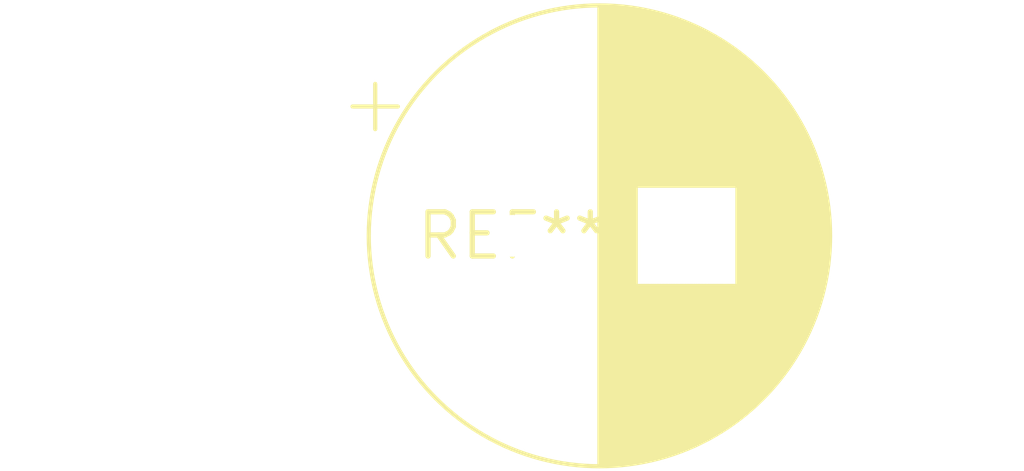
<source format=kicad_pcb>
(kicad_pcb (version 20240108) (generator pcbnew)
  (layers (0 "F.Cu" signal) (31 "B.Cu" signal) (34 "B.Paste" user) (35 "F.Paste" user) (36 "B.SilkS" user "B.Silkscreen") (37 "F.SilkS" user "F.Silkscreen") (38 "B.Mask" user) (39 "F.Mask" user) (44 "Edge.Cuts" user))
  (net 0 "")
  (footprint "CP_Radial_D13.0mm_P5.00mm" (layer "F.Cu") (at 0 0)
    (property "Reference" "REF**")
    (property "Value" "CP_Radial_D13.0mm_P5.00mm")
    (fp_line (start -4.584569 -3.715) (end -3.284569 -3.715) (layer "F.SilkS") (stroke (width 0.12)))
    (fp_line (start -3.934569 -4.365) (end -3.934569 -3.065) (layer "F.SilkS") (stroke (width 0.12)))
    (fp_line (start 2.5 -6.58) (end 2.5 6.58) (layer "F.SilkS") (stroke (width 0.12)))
    (fp_line (start 2.54 -6.58) (end 2.54 6.58) (layer "F.SilkS") (stroke (width 0.12)))
    (fp_line (start 2.58 -6.58) (end 2.58 6.58) (layer "F.SilkS") (stroke (width 0.12)))
    (fp_line (start 2.62 -6.579) (end 2.62 6.579) (layer "F.SilkS") (stroke (width 0.12)))
    (fp_line (start 2.66 -6.579) (end 2.66 6.579) (layer "F.SilkS") (stroke (width 0.12)))
    (fp_line (start 2.7 -6.577) (end 2.7 6.577) (layer "F.SilkS") (stroke (width 0.12)))
    (fp_line (start 2.74 -6.576) (end 2.74 6.576) (layer "F.SilkS") (stroke (width 0.12)))
    (fp_line (start 2.78 -6.575) (end 2.78 6.575) (layer "F.SilkS") (stroke (width 0.12)))
    (fp_line (start 2.82 -6.573) (end 2.82 6.573) (layer "F.SilkS") (stroke (width 0.12)))
    (fp_line (start 2.86 -6.571) (end 2.86 6.571) (layer "F.SilkS") (stroke (width 0.12)))
    (fp_line (start 2.9 -6.568) (end 2.9 6.568) (layer "F.SilkS") (stroke (width 0.12)))
    (fp_line (start 2.94 -6.566) (end 2.94 6.566) (layer "F.SilkS") (stroke (width 0.12)))
    (fp_line (start 2.98 -6.563) (end 2.98 6.563) (layer "F.SilkS") (stroke (width 0.12)))
    (fp_line (start 3.02 -6.56) (end 3.02 6.56) (layer "F.SilkS") (stroke (width 0.12)))
    (fp_line (start 3.06 -6.557) (end 3.06 6.557) (layer "F.SilkS") (stroke (width 0.12)))
    (fp_line (start 3.1 -6.553) (end 3.1 6.553) (layer "F.SilkS") (stroke (width 0.12)))
    (fp_line (start 3.14 -6.549) (end 3.14 6.549) (layer "F.SilkS") (stroke (width 0.12)))
    (fp_line (start 3.18 -6.545) (end 3.18 6.545) (layer "F.SilkS") (stroke (width 0.12)))
    (fp_line (start 3.221 -6.541) (end 3.221 6.541) (layer "F.SilkS") (stroke (width 0.12)))
    (fp_line (start 3.261 -6.537) (end 3.261 6.537) (layer "F.SilkS") (stroke (width 0.12)))
    (fp_line (start 3.301 -6.532) (end 3.301 6.532) (layer "F.SilkS") (stroke (width 0.12)))
    (fp_line (start 3.341 -6.527) (end 3.341 6.527) (layer "F.SilkS") (stroke (width 0.12)))
    (fp_line (start 3.381 -6.522) (end 3.381 6.522) (layer "F.SilkS") (stroke (width 0.12)))
    (fp_line (start 3.421 -6.516) (end 3.421 6.516) (layer "F.SilkS") (stroke (width 0.12)))
    (fp_line (start 3.461 -6.511) (end 3.461 6.511) (layer "F.SilkS") (stroke (width 0.12)))
    (fp_line (start 3.501 -6.505) (end 3.501 6.505) (layer "F.SilkS") (stroke (width 0.12)))
    (fp_line (start 3.541 -6.498) (end 3.541 6.498) (layer "F.SilkS") (stroke (width 0.12)))
    (fp_line (start 3.581 -6.492) (end 3.581 -1.44) (layer "F.SilkS") (stroke (width 0.12)))
    (fp_line (start 3.581 1.44) (end 3.581 6.492) (layer "F.SilkS") (stroke (width 0.12)))
    (fp_line (start 3.621 -6.485) (end 3.621 -1.44) (layer "F.SilkS") (stroke (width 0.12)))
    (fp_line (start 3.621 1.44) (end 3.621 6.485) (layer "F.SilkS") (stroke (width 0.12)))
    (fp_line (start 3.661 -6.478) (end 3.661 -1.44) (layer "F.SilkS") (stroke (width 0.12)))
    (fp_line (start 3.661 1.44) (end 3.661 6.478) (layer "F.SilkS") (stroke (width 0.12)))
    (fp_line (start 3.701 -6.471) (end 3.701 -1.44) (layer "F.SilkS") (stroke (width 0.12)))
    (fp_line (start 3.701 1.44) (end 3.701 6.471) (layer "F.SilkS") (stroke (width 0.12)))
    (fp_line (start 3.741 -6.463) (end 3.741 -1.44) (layer "F.SilkS") (stroke (width 0.12)))
    (fp_line (start 3.741 1.44) (end 3.741 6.463) (layer "F.SilkS") (stroke (width 0.12)))
    (fp_line (start 3.781 -6.456) (end 3.781 -1.44) (layer "F.SilkS") (stroke (width 0.12)))
    (fp_line (start 3.781 1.44) (end 3.781 6.456) (layer "F.SilkS") (stroke (width 0.12)))
    (fp_line (start 3.821 -6.448) (end 3.821 -1.44) (layer "F.SilkS") (stroke (width 0.12)))
    (fp_line (start 3.821 1.44) (end 3.821 6.448) (layer "F.SilkS") (stroke (width 0.12)))
    (fp_line (start 3.861 -6.439) (end 3.861 -1.44) (layer "F.SilkS") (stroke (width 0.12)))
    (fp_line (start 3.861 1.44) (end 3.861 6.439) (layer "F.SilkS") (stroke (width 0.12)))
    (fp_line (start 3.901 -6.431) (end 3.901 -1.44) (layer "F.SilkS") (stroke (width 0.12)))
    (fp_line (start 3.901 1.44) (end 3.901 6.431) (layer "F.SilkS") (stroke (width 0.12)))
    (fp_line (start 3.941 -6.422) (end 3.941 -1.44) (layer "F.SilkS") (stroke (width 0.12)))
    (fp_line (start 3.941 1.44) (end 3.941 6.422) (layer "F.SilkS") (stroke (width 0.12)))
    (fp_line (start 3.981 -6.413) (end 3.981 -1.44) (layer "F.SilkS") (stroke (width 0.12)))
    (fp_line (start 3.981 1.44) (end 3.981 6.413) (layer "F.SilkS") (stroke (width 0.12)))
    (fp_line (start 4.021 -6.404) (end 4.021 -1.44) (layer "F.SilkS") (stroke (width 0.12)))
    (fp_line (start 4.021 1.44) (end 4.021 6.404) (layer "F.SilkS") (stroke (width 0.12)))
    (fp_line (start 4.061 -6.394) (end 4.061 -1.44) (layer "F.SilkS") (stroke (width 0.12)))
    (fp_line (start 4.061 1.44) (end 4.061 6.394) (layer "F.SilkS") (stroke (width 0.12)))
    (fp_line (start 4.101 -6.384) (end 4.101 -1.44) (layer "F.SilkS") (stroke (width 0.12)))
    (fp_line (start 4.101 1.44) (end 4.101 6.384) (layer "F.SilkS") (stroke (width 0.12)))
    (fp_line (start 4.141 -6.374) (end 4.141 -1.44) (layer "F.SilkS") (stroke (width 0.12)))
    (fp_line (start 4.141 1.44) (end 4.141 6.374) (layer "F.SilkS") (stroke (width 0.12)))
    (fp_line (start 4.181 -6.364) (end 4.181 -1.44) (layer "F.SilkS") (stroke (width 0.12)))
    (fp_line (start 4.181 1.44) (end 4.181 6.364) (layer "F.SilkS") (stroke (width 0.12)))
    (fp_line (start 4.221 -6.353) (end 4.221 -1.44) (layer "F.SilkS") (stroke (width 0.12)))
    (fp_line (start 4.221 1.44) (end 4.221 6.353) (layer "F.SilkS") (stroke (width 0.12)))
    (fp_line (start 4.261 -6.342) (end 4.261 -1.44) (layer "F.SilkS") (stroke (width 0.12)))
    (fp_line (start 4.261 1.44) (end 4.261 6.342) (layer "F.SilkS") (stroke (width 0.12)))
    (fp_line (start 4.301 -6.331) (end 4.301 -1.44) (layer "F.SilkS") (stroke (width 0.12)))
    (fp_line (start 4.301 1.44) (end 4.301 6.331) (layer "F.SilkS") (stroke (width 0.12)))
    (fp_line (start 4.341 -6.32) (end 4.341 -1.44) (layer "F.SilkS") (stroke (width 0.12)))
    (fp_line (start 4.341 1.44) (end 4.341 6.32) (layer "F.SilkS") (stroke (width 0.12)))
    (fp_line (start 4.381 -6.308) (end 4.381 -1.44) (layer "F.SilkS") (stroke (width 0.12)))
    (fp_line (start 4.381 1.44) (end 4.381 6.308) (layer "F.SilkS") (stroke (width 0.12)))
    (fp_line (start 4.421 -6.296) (end 4.421 -1.44) (layer "F.SilkS") (stroke (width 0.12)))
    (fp_line (start 4.421 1.44) (end 4.421 6.296) (layer "F.SilkS") (stroke (width 0.12)))
    (fp_line (start 4.461 -6.284) (end 4.461 -1.44) (layer "F.SilkS") (stroke (width 0.12)))
    (fp_line (start 4.461 1.44) (end 4.461 6.284) (layer "F.SilkS") (stroke (width 0.12)))
    (fp_line (start 4.501 -6.271) (end 4.501 -1.44) (layer "F.SilkS") (stroke (width 0.12)))
    (fp_line (start 4.501 1.44) (end 4.501 6.271) (layer "F.SilkS") (stroke (width 0.12)))
    (fp_line (start 4.541 -6.258) (end 4.541 -1.44) (layer "F.SilkS") (stroke (width 0.12)))
    (fp_line (start 4.541 1.44) (end 4.541 6.258) (layer "F.SilkS") (stroke (width 0.12)))
    (fp_line (start 4.581 -6.245) (end 4.581 -1.44) (layer "F.SilkS") (stroke (width 0.12)))
    (fp_line (start 4.581 1.44) (end 4.581 6.245) (layer "F.SilkS") (stroke (width 0.12)))
    (fp_line (start 4.621 -6.232) (end 4.621 -1.44) (layer "F.SilkS") (stroke (width 0.12)))
    (fp_line (start 4.621 1.44) (end 4.621 6.232) (layer "F.SilkS") (stroke (width 0.12)))
    (fp_line (start 4.661 -6.218) (end 4.661 -1.44) (layer "F.SilkS") (stroke (width 0.12)))
    (fp_line (start 4.661 1.44) (end 4.661 6.218) (layer "F.SilkS") (stroke (width 0.12)))
    (fp_line (start 4.701 -6.204) (end 4.701 -1.44) (layer "F.SilkS") (stroke (width 0.12)))
    (fp_line (start 4.701 1.44) (end 4.701 6.204) (layer "F.SilkS") (stroke (width 0.12)))
    (fp_line (start 4.741 -6.19) (end 4.741 -1.44) (layer "F.SilkS") (stroke (width 0.12)))
    (fp_line (start 4.741 1.44) (end 4.741 6.19) (layer "F.SilkS") (stroke (width 0.12)))
    (fp_line (start 4.781 -6.175) (end 4.781 -1.44) (layer "F.SilkS") (stroke (width 0.12)))
    (fp_line (start 4.781 1.44) (end 4.781 6.175) (layer "F.SilkS") (stroke (width 0.12)))
    (fp_line (start 4.821 -6.161) (end 4.821 -1.44) (layer "F.SilkS") (stroke (width 0.12)))
    (fp_line (start 4.821 1.44) (end 4.821 6.161) (layer "F.SilkS") (stroke (width 0.12)))
    (fp_line (start 4.861 -6.146) (end 4.861 -1.44) (layer "F.SilkS") (stroke (width 0.12)))
    (fp_line (start 4.861 1.44) (end 4.861 6.146) (layer "F.SilkS") (stroke (width 0.12)))
    (fp_line (start 4.901 -6.13) (end 4.901 -1.44) (layer "F.SilkS") (stroke (width 0.12)))
    (fp_line (start 4.901 1.44) (end 4.901 6.13) (layer "F.SilkS") (stroke (width 0.12)))
    (fp_line (start 4.941 -6.114) (end 4.941 -1.44) (layer "F.SilkS") (stroke (width 0.12)))
    (fp_line (start 4.941 1.44) (end 4.941 6.114) (layer "F.SilkS") (stroke (width 0.12)))
    (fp_line (start 4.981 -6.098) (end 4.981 -1.44) (layer "F.SilkS") (stroke (width 0.12)))
    (fp_line (start 4.981 1.44) (end 4.981 6.098) (layer "F.SilkS") (stroke (width 0.12)))
    (fp_line (start 5.021 -6.082) (end 5.021 -1.44) (layer "F.SilkS") (stroke (width 0.12)))
    (fp_line (start 5.021 1.44) (end 5.021 6.082) (layer "F.SilkS") (stroke (width 0.12)))
    (fp_line (start 5.061 -6.065) (end 5.061 -1.44) (layer "F.SilkS") (stroke (width 0.12)))
    (fp_line (start 5.061 1.44) (end 5.061 6.065) (layer "F.SilkS") (stroke (width 0.12)))
    (fp_line (start 5.101 -6.049) (end 5.101 -1.44) (layer "F.SilkS") (stroke (width 0.12)))
    (fp_line (start 5.101 1.44) (end 5.101 6.049) (layer "F.SilkS") (stroke (width 0.12)))
    (fp_line (start 5.141 -6.031) (end 5.141 -1.44) (layer "F.SilkS") (stroke (width 0.12)))
    (fp_line (start 5.141 1.44) (end 5.141 6.031) (layer "F.SilkS") (stroke (width 0.12)))
    (fp_line (start 5.181 -6.014) (end 5.181 -1.44) (layer "F.SilkS") (stroke (width 0.12)))
    (fp_line (start 5.181 1.44) (end 5.181 6.014) (layer "F.SilkS") (stroke (width 0.12)))
    (fp_line (start 5.221 -5.996) (end 5.221 -1.44) (layer "F.SilkS") (stroke (width 0.12)))
    (fp_line (start 5.221 1.44) (end 5.221 5.996) (layer "F.SilkS") (stroke (width 0.12)))
    (fp_line (start 5.261 -5.978) (end 5.261 -1.44) (layer "F.SilkS") (stroke (width 0.12)))
    (fp_line (start 5.261 1.44) (end 5.261 5.978) (layer "F.SilkS") (stroke (width 0.12)))
    (fp_line (start 5.301 -5.959) (end 5.301 -1.44) (layer "F.SilkS") (stroke (width 0.12)))
    (fp_line (start 5.301 1.44) (end 5.301 5.959) (layer "F.SilkS") (stroke (width 0.12)))
    (fp_line (start 5.341 -5.94) (end 5.341 -1.44) (layer "F.SilkS") (stroke (width 0.12)))
    (fp_line (start 5.341 1.44) (end 5.341 5.94) (layer "F.SilkS") (stroke (width 0.12)))
    (fp_line (start 5.381 -5.921) (end 5.381 -1.44) (layer "F.SilkS") (stroke (width 0.12)))
    (fp_line (start 5.381 1.44) (end 5.381 5.921) (layer "F.SilkS") (stroke (width 0.12)))
    (fp_line (start 5.421 -5.902) (end 5.421 -1.44) (layer "F.SilkS") (stroke (width 0.12)))
    (fp_line (start 5.421 1.44) (end 5.421 5.902) (layer "F.SilkS") (stroke (width 0.12)))
    (fp_line (start 5.461 -5.882) (end 5.461 -1.44) (layer "F.SilkS") (stroke (width 0.12)))
    (fp_line (start 5.461 1.44) (end 5.461 5.882) (layer "F.SilkS") (stroke (width 0.12)))
    (fp_line (start 5.501 -5.862) (end 5.501 -1.44) (layer "F.SilkS") (stroke (width 0.12)))
    (fp_line (start 5.501 1.44) (end 5.501 5.862) (layer "F.SilkS") (stroke (width 0.12)))
    (fp_line (start 5.541 -5.841) (end 5.541 -1.44) (layer "F.SilkS") (stroke (width 0.12)))
    (fp_line (start 5.541 1.44) (end 5.541 5.841) (layer "F.SilkS") (stroke (width 0.12)))
    (fp_line (start 5.581 -5.82) (end 5.581 -1.44) (layer "F.SilkS") (stroke (width 0.12)))
    (fp_line (start 5.581 1.44) (end 5.581 5.82) (layer "F.SilkS") (stroke (width 0.12)))
    (fp_line (start 5.621 -5.799) (end 5.621 -1.44) (layer "F.SilkS") (stroke (width 0.12)))
    (fp_line (start 5.621 1.44) (end 5.621 5.799) (layer "F.SilkS") (stroke (width 0.12)))
    (fp_line (start 5.661 -5.778) (end 5.661 -1.44) (layer "F.SilkS") (stroke (width 0.12)))
    (fp_line (start 5.661 1.44) (end 5.661 5.778) (layer "F.SilkS") (stroke (width 0.12)))
    (fp_line (start 5.701 -5.756) (end 5.701 -1.44) (layer "F.SilkS") (stroke (width 0.12)))
    (fp_line (start 5.701 1.44) (end 5.701 5.756) (layer "F.SilkS") (stroke (width 0.12)))
    (fp_line (start 5.741 -5.733) (end 5.741 -1.44) (layer "F.SilkS") (stroke (width 0.12)))
    (fp_line (start 5.741 1.44) (end 5.741 5.733) (layer "F.SilkS") (stroke (width 0.12)))
    (fp_line (start 5.781 -5.711) (end 5.781 -1.44) (layer "F.SilkS") (stroke (width 0.12)))
    (fp_line (start 5.781 1.44) (end 5.781 5.711) (layer "F.SilkS") (stroke (width 0.12)))
    (fp_line (start 5.821 -5.688) (end 5.821 -1.44) (layer "F.SilkS") (stroke (width 0.12)))
    (fp_line (start 5.821 1.44) (end 5.821 5.688) (layer "F.SilkS") (stroke (width 0.12)))
    (fp_line (start 5.861 -5.664) (end 5.861 -1.44) (layer "F.SilkS") (stroke (width 0.12)))
    (fp_line (start 5.861 1.44) (end 5.861 5.664) (layer "F.SilkS") (stroke (width 0.12)))
    (fp_line (start 5.901 -5.641) (end 5.901 -1.44) (layer "F.SilkS") (stroke (width 0.12)))
    (fp_line (start 5.901 1.44) (end 5.901 5.641) (layer "F.SilkS") (stroke (width 0.12)))
    (fp_line (start 5.941 -5.617) (end 5.941 -1.44) (layer "F.SilkS") (stroke (width 0.12)))
    (fp_line (start 5.941 1.44) (end 5.941 5.617) (layer "F.SilkS") (stroke (width 0.12)))
    (fp_line (start 5.981 -5.592) (end 5.981 -1.44) (layer "F.SilkS") (stroke (width 0.12)))
    (fp_line (start 5.981 1.44) (end 5.981 5.592) (layer "F.SilkS") (stroke (width 0.12)))
    (fp_line (start 6.021 -5.567) (end 6.021 -1.44) (layer "F.SilkS") (stroke (width 0.12)))
    (fp_line (start 6.021 1.44) (end 6.021 5.567) (layer "F.SilkS") (stroke (width 0.12)))
    (fp_line (start 6.061 -5.542) (end 6.061 -1.44) (layer "F.SilkS") (stroke (width 0.12)))
    (fp_line (start 6.061 1.44) (end 6.061 5.542) (layer "F.SilkS") (stroke (width 0.12)))
    (fp_line (start 6.101 -5.516) (end 6.101 -1.44) (layer "F.SilkS") (stroke (width 0.12)))
    (fp_line (start 6.101 1.44) (end 6.101 5.516) (layer "F.SilkS") (stroke (width 0.12)))
    (fp_line (start 6.141 -5.49) (end 6.141 -1.44) (layer "F.SilkS") (stroke (width 0.12)))
    (fp_line (start 6.141 1.44) (end 6.141 5.49) (layer "F.SilkS") (stroke (width 0.12)))
    (fp_line (start 6.181 -5.463) (end 6.181 -1.44) (layer "F.SilkS") (stroke (width 0.12)))
    (fp_line (start 6.181 1.44) (end 6.181 5.463) (layer "F.SilkS") (stroke (width 0.12)))
    (fp_line (start 6.221 -5.436) (end 6.221 -1.44) (layer "F.SilkS") (stroke (width 0.12)))
    (fp_line (start 6.221 1.44) (end 6.221 5.436) (layer "F.SilkS") (stroke (width 0.12)))
    (fp_line (start 6.261 -5.409) (end 6.261 -1.44) (layer "F.SilkS") (stroke (width 0.12)))
    (fp_line (start 6.261 1.44) (end 6.261 5.409) (layer "F.SilkS") (stroke (width 0.12)))
    (fp_line (start 6.301 -5.381) (end 6.301 -1.44) (layer "F.SilkS") (stroke (width 0.12)))
    (fp_line (start 6.301 1.44) (end 6.301 5.381) (layer "F.SilkS") (stroke (width 0.12)))
    (fp_line (start 6.341 -5.353) (end 6.341 -1.44) (layer "F.SilkS") (stroke (width 0.12)))
    (fp_line (start 6.341 1.44) (end 6.341 5.353) (layer "F.SilkS") (stroke (width 0.12)))
    (fp_line (start 6.381 -5.324) (end 6.381 -1.44) (layer "F.SilkS") (stroke (width 0.12)))
    (fp_line (start 6.381 1.44) (end 6.381 5.324) (layer "F.SilkS") (stroke (width 0.12)))
    (fp_line (start 6.421 -5.295) (end 6.421 -1.44) (layer "F.SilkS") (stroke (width 0.12)))
    (fp_line (start 6.421 1.44) (end 6.421 5.295) (layer "F.SilkS") (stroke (width 0.12)))
    (fp_line (start 6.461 -5.265) (end 6.461 5.265) (layer "F.SilkS") (stroke (width 0.12)))
    (fp_line (start 6.501 -5.235) (end 6.501 5.235) (layer "F.SilkS") (stroke (width 0.12)))
    (fp_line (start 6.541 -5.205) (end 6.541 5.205) (layer "F.SilkS") (stroke (width 0.12)))
    (fp_line (start 6.581 -5.174) (end 6.581 5.174) (layer "F.SilkS") (stroke (width 0.12)))
    (fp_line (start 6.621 -5.142) (end 6.621 5.142) (layer "F.SilkS") (stroke (width 0.12)))
    (fp_line (start 6.661 -5.11) (end 6.661 5.11) (layer "F.SilkS") (stroke (width 0.12)))
    (fp_line (start 6.701 -5.078) (end 6.701 5.078) (layer "F.SilkS") (stroke (width 0.12)))
    (fp_line (start 6.741 -5.044) (end 6.741 5.044) (layer "F.SilkS") (stroke (width 0.12)))
    (fp_line (start 6.781 -5.011) (end 6.781 5.011) (layer "F.SilkS") (stroke (width 0.12)))
    (fp_line (start 6.821 -4.977) (end 6.821 4.977) (layer "F.SilkS") (stroke (width 0.12)))
    (fp_line (start 6.861 -4.942) (end 6.861 4.942) (layer "F.SilkS") (stroke (width 0.12)))
    (fp_line (start 6.901 -4.907) (end 6.901 4.907) (layer "F.SilkS") (stroke (width 0.12)))
    (fp_line (start 6.941 -4.871) (end 6.941 4.871) (layer "F.SilkS") (stroke (width 0.12)))
    (fp_line (start 6.981 -4.834) (end 6.981 4.834) (layer "F.SilkS") (stroke (width 0.12)))
    (fp_line (start 7.021 -4.797) (end 7.021 4.797) (layer "F.SilkS") (stroke (width 0.12)))
    (fp_line (start 7.061 -4.76) (end 7.061 4.76) (layer "F.SilkS") (stroke (width 0.12)))
    (fp_line (start 7.101 -4.721) (end 7.101 4.721) (layer "F.SilkS") (stroke (width 0.12)))
    (fp_line (start 7.141 -4.682) (end 7.141 4.682) (layer "F.SilkS") (stroke (width 0.12)))
    (fp_line (start 7.181 -4.643) (end 7.181 4.643) (layer "F.SilkS") (stroke (width 0.12)))
    (fp_line (start 7.221 -4.602) (end 7.221 4.602) (layer "F.SilkS") (stroke (width 0.12)))
    (fp_line (start 7.261 -4.561) (end 7.261 4.561) (layer "F.SilkS") (stroke (width 0.12)))
    (fp_line (start 7.301 -4.519) (end 7.301 4.519) (layer "F.SilkS") (stroke (width 0.12)))
    (fp_line (start 7.341 -4.477) (end 7.341 4.477) (layer "F.SilkS") (stroke (width 0.12)))
    (fp_line (start 7.381 -4.434) (end 7.381 4.434) (layer "F.SilkS") (stroke (width 0.12)))
    (fp_line (start 7.421 -4.39) (end 7.421 4.39) (layer "F.SilkS") (stroke (width 0.12)))
    (fp_line (start 7.461 -4.345) (end 7.461 4.345) (layer "F.SilkS") (stroke (width 0.12)))
    (fp_line (start 7.501 -4.299) (end 7.501 4.299) (layer "F.SilkS") (stroke (width 0.12)))
    (fp_line (start 7.541 -4.253) (end 7.541 4.253) (layer "F.SilkS") (stroke (width 0.12)))
    (fp_line (start 7.581 -4.205) (end 7.581 4.205) (layer "F.SilkS") (stroke (width 0.12)))
    (fp_line (start 7.621 -4.157) (end 7.621 4.157) (layer "F.SilkS") (stroke (width 0.12)))
    (fp_line (start 7.661 -4.108) (end 7.661 4.108) (layer "F.SilkS") (stroke (width 0.12)))
    (fp_line (start 7.701 -4.057) (end 7.701 4.057) (layer "F.SilkS") (stroke (width 0.12)))
    (fp_line (start 7.741 -4.006) (end 7.741 4.006) (layer "F.SilkS") (stroke (width 0.12)))
    (fp_line (start 7.781 -3.954) (end 7.781 3.954) (layer "F.SilkS") (stroke (width 0.12)))
    (fp_line (start 7.821 -3.9) (end 7.821 3.9) (layer "F.SilkS") (stroke (width 0.12)))
    (fp_line (start 7.861 -3.846) (end 7.861 3.846) (layer "F.SilkS") (stroke (width 0.12)))
    (fp_line (start 7.901 -3.79) (end 7.901 3.79) (layer "F.SilkS") (stroke (width 0.12)))
    (fp_line (start 7.941 -3.733) (end 7.941 3.733) (layer "F.SilkS") (stroke (width 0.12)))
    (fp_line (start 7.981 -3.675) (end 7.981 3.675) (layer "F.SilkS") (stroke (width 0.12)))
    (fp_line (start 8.021 -3.615) (end 8.021 3.615) (layer "F.SilkS") (stroke (width 0.12)))
    (fp_line (start 8.061 -3.554) (end 8.061 3.554) (layer "F.SilkS") (stroke (width 0.12)))
    (fp_line (start 8.101 -3.491) (end 8.101 3.491) (layer "F.SilkS") (stroke (width 0.12)))
    (fp_line (start 8.141 -3.427) (end 8.141 3.427) (layer "F.SilkS") (stroke (width 0.12)))
    (fp_line (start 8.181 -3.361) (end 8.181 3.361) (layer "F.SilkS") (stroke (width 0.12)))
    (fp_line (start 8.221 -3.293) (end 8.221 3.293) (layer "F.SilkS") (stroke (width 0.12)))
    (fp_line (start 8.261 -3.223) (end 8.261 3.223) (layer "F.SilkS") (stroke (width 0.12)))
    (fp_line (start 8.301 -3.152) (end 8.301 3.152) (layer "F.SilkS") (stroke (width 0.12)))
    (fp_line (start 8.341 -3.078) (end 8.341 3.078) (layer "F.SilkS") (stroke (width 0.12)))
    (fp_line (start 8.381 -3.002) (end 8.381 3.002) (layer "F.SilkS") (stroke (width 0.12)))
    (fp_line (start 8.421 -2.923) (end 8.421 2.923) (layer "F.SilkS") (stroke (width 0.12)))
    (fp_line (start 8.461 -2.842) (end 8.461 2.842) (layer "F.SilkS") (stroke (width 0.12)))
    (fp_line (start 8.501 -2.758) (end 8.501 2.758) (layer "F.SilkS") (stroke (width 0.12)))
    (fp_line (start 8.541 -2.67) (end 8.541 2.67) (layer "F.SilkS") (stroke (width 0.12)))
    (fp_line (start 8.581 -2.579) (end 8.581 2.579) (layer "F.SilkS") (stroke (width 0.12)))
    (fp_line (start 8.621 -2.484) (end 8.621 2.484) (layer "F.SilkS") (stroke (width 0.12)))
    (fp_line (start 8.661 -2.385) (end 8.661 2.385) (layer "F.SilkS") (stroke (width 0.12)))
    (fp_line (start 8.701 -2.281) (end 8.701 2.281) (layer "F.SilkS") (stroke (width 0.12)))
    (fp_line (start 8.741 -2.171) (end 8.741 2.171) (layer "F.SilkS") (stroke (width 0.12)))
    (fp_line (start 8.781 -2.055) (end 8.781 2.055) (layer "F.SilkS") (stroke (width 0.12)))
    (fp_line (start 8.821 -1.931) (end 8.821 1.931) (layer "F.SilkS") (stroke (width 0.12)))
    (fp_line (start 8.861 -1.798) (end 8.861 1.798) (layer "F.SilkS") (stroke (width 0.12)))
    (fp_line (start 8.901 -1.653) (end 8.901 1.653) (layer "F.SilkS") (stroke (width 0.12)))
    (fp_line (start 8.941 -1.494) (end 8.941 1.494) (layer "F.SilkS") (stroke (width 0.12)))
    (fp_line (start 8.981 -1.315) (end 8.981 1.315) (layer "F.SilkS") (stroke (width 0.12)))
    (fp_line (start 9.021 -1.107) (end 9.021 1.107) (layer "F.SilkS") (stroke (width 0.12)))
    (fp_line (start 9.061 -0.85) (end 9.061 0.85) (layer "F.SilkS") (stroke (width 0.12)))
    (fp_line (start 9.101 -0.475) (end 9.101 0.475) (layer "F.SilkS") (stroke (width 0.12)))
    (fp_circle (center 2.5 0) (end 9.12 0) (layer "F.SilkS") (stroke (width 0.12)) (fill none))
    (pad "1" thru_hole rect (at 0 0) (size 2.4 2.4) (drill 1.2) (layers *.Cu *.Mask) (remove_unused_layers))
    (pad "2" thru_hole circle (at 5 0) (size 2.4 2.4) (drill 1.2) (layers *.Cu *.Mask) (remove_unused_layers))
  )
)
</source>
